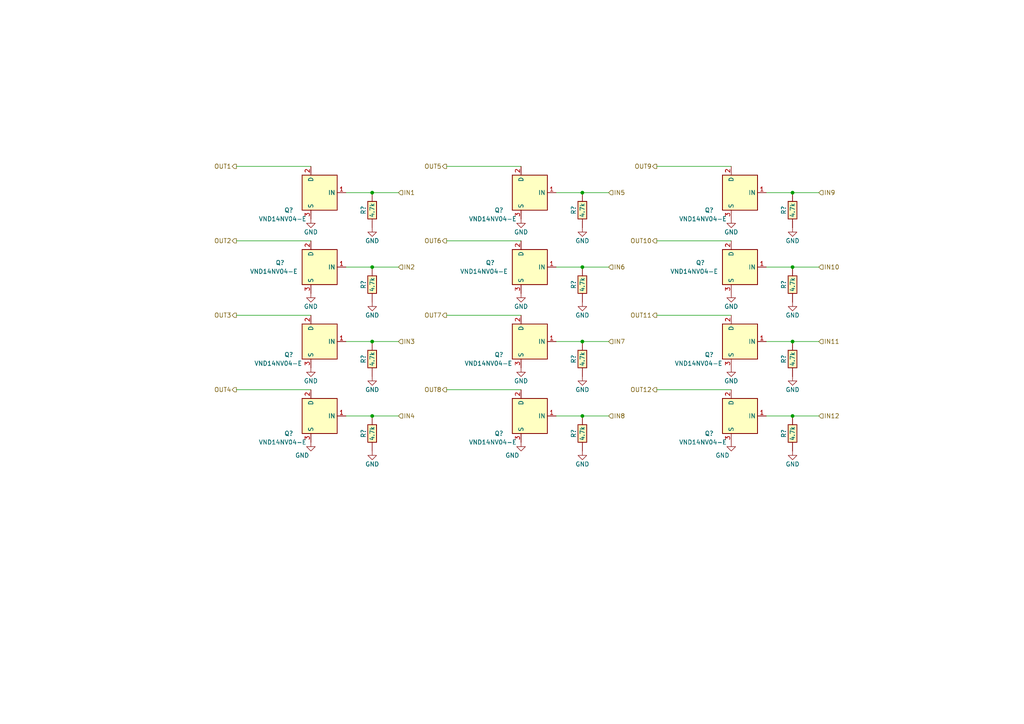
<source format=kicad_sch>
(kicad_sch (version 20230121) (generator eeschema)
  (paper "A4")
  (lib_symbols
    (symbol "Power_Management:AUIPS2041L"
      (property "Reference" "U" (at 3.81 1.27 0))
      (property "Value" "AUIPS2041L" (at 3.81 -1.27 0))
      (symbol "AUIPS2041L_0_1"
        (rectangle (start -7.62 5.08) (end 2.54 -5.08) (stroke (width 0.254)) (fill (type background)))
      )
      (symbol "AUIPS2041L_1_1"
        (pin input line (at -10.16 0 0) (length 2.54) (name "IN") (number "1"))
        (pin passive line (at 0 7.62 270) (length 2.54) (name "D") (number "2"))
        (pin power_in line (at 0 -7.62 90) (length 2.54) (name "S") (number "3"))
      )
    )
    (symbol "hellen-one-common:Res" (pin_numbers hide)
      (property "Reference" "R" (at 3.81 2.54 0))
      (property "Value" "Res" (at 5.08 -2.54 0))
      (symbol "Res_1_0"
        (rectangle (start 2.54 -1.27) (end 7.62 1.27) (stroke (width 0.254)) (fill (type background)))
        (pin passive line (at 0 0 0) (length 2.54) (name "") (number "1"))
        (pin passive line (at 10.16 0 180) (length 2.54) (name "") (number "2"))
      )
    )
    (symbol "power:GND" (power) (pin_names (offset 0))
      (property "Value" "GND" (at 0 -3.81 0))
      (symbol "GND_0_1"
        (polyline (pts (xy 0 0) (xy 0 -1.27) (xy 1.27 -1.27) (xy 0 -2.54) (xy -1.27 -1.27) (xy 0 -1.27)))
      )
      (symbol "GND_1_1"
        (pin power_in line (at 0 0 270) (length 0) hide (name "GND") (number "1"))
      )
    )
  )
  (junction (at 168.91 99.06))
  (junction (at 107.95 120.65))
  (junction (at 168.91 55.88))
  (junction (at 229.87 120.65))
  (junction (at 107.95 77.47))
  (junction (at 229.87 55.88))
  (junction (at 107.95 99.06))
  (junction (at 168.91 77.47))
  (junction (at 229.87 99.06))
  (junction (at 168.91 120.65))
  (junction (at 229.87 77.47))
  (junction (at 107.95 55.88))
  (wire (pts (xy 68.58 69.85) (xy 90.17 69.85)))
  (wire (pts (xy 115.57 55.88) (xy 107.95 55.88)))
  (wire (pts (xy 237.49 120.65) (xy 229.87 120.65)))
  (wire (pts (xy 168.91 99.06) (xy 161.29 99.06)))
  (wire (pts (xy 176.53 120.65) (xy 168.91 120.65)))
  (wire (pts (xy 115.57 120.65) (xy 107.95 120.65)))
  (wire (pts (xy 68.58 113.03) (xy 90.17 113.03)))
  (wire (pts (xy 229.87 77.47) (xy 222.25 77.47)))
  (wire (pts (xy 237.49 99.06) (xy 229.87 99.06)))
  (wire (pts (xy 190.5 48.26) (xy 212.09 48.26)))
  (wire (pts (xy 176.53 55.88) (xy 168.91 55.88)))
  (wire (pts (xy 229.87 55.88) (xy 222.25 55.88)))
  (wire (pts (xy 168.91 77.47) (xy 161.29 77.47)))
  (wire (pts (xy 190.5 91.44) (xy 212.09 91.44)))
  (wire (pts (xy 168.91 120.65) (xy 161.29 120.65)))
  (wire (pts (xy 229.87 120.65) (xy 222.25 120.65)))
  (wire (pts (xy 129.54 91.44) (xy 151.13 91.44)))
  (wire (pts (xy 129.54 113.03) (xy 151.13 113.03)))
  (wire (pts (xy 176.53 99.06) (xy 168.91 99.06)))
  (wire (pts (xy 176.53 77.47) (xy 168.91 77.47)))
  (wire (pts (xy 115.57 99.06) (xy 107.95 99.06)))
  (wire (pts (xy 68.58 91.44) (xy 90.17 91.44)))
  (wire (pts (xy 129.54 69.85) (xy 151.13 69.85)))
  (wire (pts (xy 107.95 55.88) (xy 100.33 55.88)))
  (wire (pts (xy 68.58 48.26) (xy 90.17 48.26)))
  (wire (pts (xy 129.54 48.26) (xy 151.13 48.26)))
  (wire (pts (xy 190.5 69.85) (xy 212.09 69.85)))
  (wire (pts (xy 229.87 99.06) (xy 222.25 99.06)))
  (wire (pts (xy 107.95 77.47) (xy 100.33 77.47)))
  (wire (pts (xy 107.95 120.65) (xy 100.33 120.65)))
  (wire (pts (xy 237.49 77.47) (xy 229.87 77.47)))
  (wire (pts (xy 190.5 113.03) (xy 212.09 113.03)))
  (wire (pts (xy 237.49 55.88) (xy 229.87 55.88)))
  (wire (pts (xy 115.57 77.47) (xy 107.95 77.47)))
  (wire (pts (xy 107.95 99.06) (xy 100.33 99.06)))
  (wire (pts (xy 168.91 55.88) (xy 161.29 55.88)))
  (hierarchical_label "OUT5" (shape output) (at 129.54 48.26 180))
  (hierarchical_label "IN8" (shape input) (at 176.53 120.65 0))
  (hierarchical_label "OUT7" (shape output) (at 129.54 91.44 180))
  (hierarchical_label "IN12" (shape input) (at 237.49 120.65 0))
  (hierarchical_label "OUT11" (shape output) (at 190.5 91.44 180))
  (hierarchical_label "OUT8" (shape output) (at 129.54 113.03 180))
  (hierarchical_label "OUT1" (shape output) (at 68.58 48.26 180))
  (hierarchical_label "OUT9" (shape output) (at 190.5 48.26 180))
  (hierarchical_label "OUT3" (shape output) (at 68.58 91.44 180))
  (hierarchical_label "IN2" (shape input) (at 115.57 77.47 0))
  (hierarchical_label "IN11" (shape input) (at 237.49 99.06 0))
  (hierarchical_label "IN7" (shape input) (at 176.53 99.06 0))
  (hierarchical_label "OUT12" (shape output) (at 190.5 113.03 180))
  (hierarchical_label "OUT4" (shape output) (at 68.58 113.03 180))
  (hierarchical_label "IN4" (shape input) (at 115.57 120.65 0))
  (hierarchical_label "IN10" (shape input) (at 237.49 77.47 0))
  (hierarchical_label "IN5" (shape input) (at 176.53 55.88 0))
  (hierarchical_label "OUT6" (shape output) (at 129.54 69.85 180))
  (hierarchical_label "OUT10" (shape output) (at 190.5 69.85 180))
  (hierarchical_label "IN1" (shape input) (at 115.57 55.88 0))
  (hierarchical_label "IN6" (shape input) (at 176.53 77.47 0))
  (hierarchical_label "IN9" (shape input) (at 237.49 55.88 0))
  (hierarchical_label "IN3" (shape input) (at 115.57 99.06 0))
  (hierarchical_label "OUT2" (shape output) (at 68.58 69.85 180))
  (symbol (lib_id "hellen-one-common:Res") (at 168.91 77.47 270) (unit 1)
    (property "Reference" "R?" (at 166.37 82.55 0))
    (property "Value" "4.7k" (at 168.91 82.55 0))
    (property "Footprint" "hellen-one-common:R0603" (effects hide))
    (property "LCSC" "C23162" (effects hide))
    (instances (project "alphax_8ch" (path "" (reference "R?") (unit 1)) (path "" (reference "R234") (unit 1))))
  )
  (symbol (lib_id "hellen-one-common:Res") (at 229.87 55.88 270) (unit 1)
    (property "Reference" "R?" (at 227.33 60.96 0))
    (property "Value" "4.7k" (at 229.87 60.96 0))
    (property "Footprint" "hellen-one-common:R0603" (effects hide))
    (property "LCSC" "C23162" (effects hide))
    (instances (project "alphax_8ch" (path "" (reference "R?") (unit 1)) (path "" (reference "R245") (unit 1))))
  )
  (symbol (lib_id "power:GND") (at 107.95 109.22 0) (mirror y) (unit 1)
    (property "Reference" "#PWR?" (effects hide))
    (property "Value" "GND" (at 107.95 113.03 0))
    (instances (project "alphax_8ch" (path "" (reference "#PWR?") (unit 1)) (path "" (reference "#PWR0382") (unit 1))))
  )
  (symbol (lib_id "Power_Management:AUIPS2041L") (at 151.13 120.65 0) (mirror y) (unit 1)
    (property "Reference" "Q?" (at 146.05 125.73 0) (effects (justify left)))
    (property "Value" "VND14NV04-E" (at 149.86 128.27 0) (effects (justify left)))
    (property "Footprint" "hellen-one-common:DPAK" (effects hide))
    (property "Datasheet" "https://www.infineon.com/dgdl/Infineon-AUIPS2041-DS-v01_00-EN.pdf?fileId=5546d4625a888733015aae147a9d4c57" (effects hide))
    (property "LCSC" "C155647" (effects hide))
    (instances (project "alphax_8ch" (path "" (reference "Q?") (unit 1)) (path "" (reference "Q81") (unit 1))))
  )
  (symbol (lib_id "Power_Management:AUIPS2041L") (at 90.17 120.65 0) (mirror y) (unit 1)
    (property "Reference" "Q?" (at 85.09 125.73 0) (effects (justify left)))
    (property "Value" "VND14NV04-E" (at 88.9 128.27 0) (effects (justify left)))
    (property "Footprint" "hellen-one-common:DPAK" (effects hide))
    (property "Datasheet" "https://www.infineon.com/dgdl/Infineon-AUIPS2041-DS-v01_00-EN.pdf?fileId=5546d4625a888733015aae147a9d4c57" (effects hide))
    (property "LCSC" "C155647" (effects hide))
    (instances (project "alphax_8ch" (path "" (reference "Q?") (unit 1)) (path "" (reference "Q65") (unit 1))))
  )
  (symbol (lib_id "power:GND") (at 212.09 85.09 0) (mirror y) (unit 1)
    (property "Reference" "#PWR?" (effects hide))
    (property "Value" "GND" (at 212.09 88.9 0))
    (instances (project "alphax_8ch" (path "" (reference "#PWR?") (unit 1)) (path "" (reference "#PWR0437") (unit 1))))
  )
  (symbol (lib_id "Power_Management:AUIPS2041L") (at 90.17 99.06 0) (mirror y) (unit 1)
    (property "Reference" "Q?" (at 85.09 102.87 0) (effects (justify left)))
    (property "Value" "VND14NV04-E" (at 87.63 105.41 0) (effects (justify left)))
    (property "Footprint" "hellen-one-common:DPAK" (effects hide))
    (property "Datasheet" "https://www.infineon.com/dgdl/Infineon-AUIPS2041-DS-v01_00-EN.pdf?fileId=5546d4625a888733015aae147a9d4c57" (effects hide))
    (property "LCSC" "C155647" (effects hide))
    (instances (project "alphax_8ch" (path "" (reference "Q?") (unit 1)) (path "" (reference "Q64") (unit 1))))
  )
  (symbol (lib_id "hellen-one-common:Res") (at 168.91 99.06 270) (unit 1)
    (property "Reference" "R?" (at 166.37 104.14 0))
    (property "Value" "4.7k" (at 168.91 104.14 0))
    (property "Footprint" "hellen-one-common:R0603" (effects hide))
    (property "LCSC" "C23162" (effects hide))
    (instances (project "alphax_8ch" (path "" (reference "R?") (unit 1)) (path "" (reference "R235") (unit 1))))
  )
  (symbol (lib_id "power:GND") (at 168.91 66.04 0) (mirror y) (unit 1)
    (property "Reference" "#PWR?" (effects hide))
    (property "Value" "GND" (at 168.91 69.85 0))
    (instances (project "alphax_8ch" (path "" (reference "#PWR?") (unit 1)) (path "" (reference "#PWR0416") (unit 1))))
  )
  (symbol (lib_id "Power_Management:AUIPS2041L") (at 212.09 120.65 0) (mirror y) (unit 1)
    (property "Reference" "Q?" (at 207.01 125.73 0) (effects (justify left)))
    (property "Value" "VND14NV04-E" (at 210.82 128.27 0) (effects (justify left)))
    (property "Footprint" "hellen-one-common:DPAK" (effects hide))
    (property "Datasheet" "https://www.infineon.com/dgdl/Infineon-AUIPS2041-DS-v01_00-EN.pdf?fileId=5546d4625a888733015aae147a9d4c57" (effects hide))
    (property "LCSC" "C155647" (effects hide))
    (instances (project "alphax_8ch" (path "" (reference "Q?") (unit 1)) (path "" (reference "Q93") (unit 1))))
  )
  (symbol (lib_id "power:GND") (at 107.95 66.04 0) (mirror y) (unit 1)
    (property "Reference" "#PWR?" (effects hide))
    (property "Value" "GND" (at 107.95 69.85 0))
    (instances (project "alphax_8ch" (path "" (reference "#PWR?") (unit 1)) (path "" (reference "#PWR0380") (unit 1))))
  )
  (symbol (lib_id "Power_Management:AUIPS2041L") (at 151.13 55.88 0) (mirror y) (unit 1)
    (property "Reference" "Q?" (at 146.05 60.96 0) (effects (justify left)))
    (property "Value" "VND14NV04-E" (at 149.86 63.5 0) (effects (justify left)))
    (property "Footprint" "hellen-one-common:DPAK" (effects hide))
    (property "Datasheet" "https://www.infineon.com/dgdl/Infineon-AUIPS2041-DS-v01_00-EN.pdf?fileId=5546d4625a888733015aae147a9d4c57" (effects hide))
    (property "LCSC" "C155647" (effects hide))
    (instances (project "alphax_8ch" (path "" (reference "Q?") (unit 1)) (path "" (reference "Q78") (unit 1))))
  )
  (symbol (lib_id "hellen-one-common:Res") (at 107.95 77.47 270) (unit 1)
    (property "Reference" "R?" (at 105.41 82.55 0))
    (property "Value" "4.7k" (at 107.95 82.55 0))
    (property "Footprint" "hellen-one-common:R0603" (effects hide))
    (property "LCSC" "C23162" (effects hide))
    (instances (project "alphax_8ch" (path "" (reference "R?") (unit 1)) (path "" (reference "R218") (unit 1))))
  )
  (symbol (lib_id "power:GND") (at 229.87 130.81 0) (mirror y) (unit 1)
    (property "Reference" "#PWR?" (effects hide))
    (property "Value" "GND" (at 229.87 134.62 0))
    (instances (project "alphax_8ch" (path "" (reference "#PWR?") (unit 1)) (path "" (reference "#PWR0443") (unit 1))))
  )
  (symbol (lib_id "hellen-one-common:Res") (at 107.95 99.06 270) (unit 1)
    (property "Reference" "R?" (at 105.41 104.14 0))
    (property "Value" "4.7k" (at 107.95 104.14 0))
    (property "Footprint" "hellen-one-common:R0603" (effects hide))
    (property "LCSC" "C23162" (effects hide))
    (instances (project "alphax_8ch" (path "" (reference "R?") (unit 1)) (path "" (reference "R219") (unit 1))))
  )
  (symbol (lib_id "Power_Management:AUIPS2041L") (at 90.17 77.47 0) (mirror y) (unit 1)
    (property "Reference" "Q?" (at 82.55 76.2 0) (effects (justify left)))
    (property "Value" "VND14NV04-E" (at 86.36 78.74 0) (effects (justify left)))
    (property "Footprint" "hellen-one-common:DPAK" (effects hide))
    (property "Datasheet" "https://www.infineon.com/dgdl/Infineon-AUIPS2041-DS-v01_00-EN.pdf?fileId=5546d4625a888733015aae147a9d4c57" (effects hide))
    (property "LCSC" " C155647" (effects hide))
    (instances (project "alphax_8ch" (path "" (reference "Q?") (unit 1)) (path "" (reference "Q63") (unit 1))))
  )
  (symbol (lib_id "power:GND") (at 168.91 87.63 0) (mirror y) (unit 1)
    (property "Reference" "#PWR?" (effects hide))
    (property "Value" "GND" (at 168.91 91.44 0))
    (instances (project "alphax_8ch" (path "" (reference "#PWR?") (unit 1)) (path "" (reference "#PWR0417") (unit 1))))
  )
  (symbol (lib_id "power:GND") (at 212.09 63.5 0) (mirror y) (unit 1)
    (property "Reference" "#PWR?" (effects hide))
    (property "Value" "GND" (at 212.09 67.31 0))
    (instances (project "alphax_8ch" (path "" (reference "#PWR?") (unit 1)) (path "" (reference "#PWR0436") (unit 1))))
  )
  (symbol (lib_id "power:GND") (at 168.91 130.81 0) (mirror y) (unit 1)
    (property "Reference" "#PWR?" (effects hide))
    (property "Value" "GND" (at 168.91 134.62 0))
    (instances (project "alphax_8ch" (path "" (reference "#PWR?") (unit 1)) (path "" (reference "#PWR0419") (unit 1))))
  )
  (symbol (lib_id "Power_Management:AUIPS2041L") (at 151.13 99.06 0) (mirror y) (unit 1)
    (property "Reference" "Q?" (at 146.05 102.87 0) (effects (justify left)))
    (property "Value" "VND14NV04-E" (at 148.59 105.41 0) (effects (justify left)))
    (property "Footprint" "hellen-one-common:DPAK" (effects hide))
    (property "Datasheet" "https://www.infineon.com/dgdl/Infineon-AUIPS2041-DS-v01_00-EN.pdf?fileId=5546d4625a888733015aae147a9d4c57" (effects hide))
    (property "LCSC" "C155647" (effects hide))
    (instances (project "alphax_8ch" (path "" (reference "Q?") (unit 1)) (path "" (reference "Q80") (unit 1))))
  )
  (symbol (lib_id "Power_Management:AUIPS2041L") (at 212.09 77.47 0) (mirror y) (unit 1)
    (property "Reference" "Q?" (at 204.47 76.2 0) (effects (justify left)))
    (property "Value" "VND14NV04-E" (at 208.28 78.74 0) (effects (justify left)))
    (property "Footprint" "hellen-one-common:DPAK" (effects hide))
    (property "Datasheet" "https://www.infineon.com/dgdl/Infineon-AUIPS2041-DS-v01_00-EN.pdf?fileId=5546d4625a888733015aae147a9d4c57" (effects hide))
    (property "LCSC" " C155647" (effects hide))
    (instances (project "alphax_8ch" (path "" (reference "Q?") (unit 1)) (path "" (reference "Q91") (unit 1))))
  )
  (symbol (lib_id "power:GND") (at 151.13 63.5 0) (mirror y) (unit 1)
    (property "Reference" "#PWR?" (effects hide))
    (property "Value" "GND" (at 151.13 67.31 0))
    (instances (project "alphax_8ch" (path "" (reference "#PWR?") (unit 1)) (path "" (reference "#PWR0412") (unit 1))))
  )
  (symbol (lib_id "hellen-one-common:Res") (at 229.87 99.06 270) (unit 1)
    (property "Reference" "R?" (at 227.33 104.14 0))
    (property "Value" "4.7k" (at 229.87 104.14 0))
    (property "Footprint" "hellen-one-common:R0603" (effects hide))
    (property "LCSC" "C23162" (effects hide))
    (instances (project "alphax_8ch" (path "" (reference "R?") (unit 1)) (path "" (reference "R247") (unit 1))))
  )
  (symbol (lib_id "Power_Management:AUIPS2041L") (at 212.09 55.88 0) (mirror y) (unit 1)
    (property "Reference" "Q?" (at 207.01 60.96 0) (effects (justify left)))
    (property "Value" "VND14NV04-E" (at 210.82 63.5 0) (effects (justify left)))
    (property "Footprint" "hellen-one-common:DPAK" (effects hide))
    (property "Datasheet" "https://www.infineon.com/dgdl/Infineon-AUIPS2041-DS-v01_00-EN.pdf?fileId=5546d4625a888733015aae147a9d4c57" (effects hide))
    (property "LCSC" "C155647" (effects hide))
    (instances (project "alphax_8ch" (path "" (reference "Q?") (unit 1)) (path "" (reference "Q90") (unit 1))))
  )
  (symbol (lib_id "power:GND") (at 229.87 87.63 0) (mirror y) (unit 1)
    (property "Reference" "#PWR?" (effects hide))
    (property "Value" "GND" (at 229.87 91.44 0))
    (instances (project "alphax_8ch" (path "" (reference "#PWR?") (unit 1)) (path "" (reference "#PWR0441") (unit 1))))
  )
  (symbol (lib_id "power:GND") (at 212.09 128.27 0) (mirror y) (unit 1)
    (property "Reference" "#PWR?" (effects hide))
    (property "Value" "GND" (at 209.55 132.08 0))
    (instances (project "alphax_8ch" (path "" (reference "#PWR?") (unit 1)) (path "" (reference "#PWR0439") (unit 1))))
  )
  (symbol (lib_id "power:GND") (at 90.17 106.68 0) (mirror y) (unit 1)
    (property "Reference" "#PWR?" (effects hide))
    (property "Value" "GND" (at 90.17 110.49 0))
    (instances (project "alphax_8ch" (path "" (reference "#PWR?") (unit 1)) (path "" (reference "#PWR0378") (unit 1))))
  )
  (symbol (lib_id "power:GND") (at 212.09 106.68 0) (mirror y) (unit 1)
    (property "Reference" "#PWR?" (effects hide))
    (property "Value" "GND" (at 212.09 110.49 0))
    (instances (project "alphax_8ch" (path "" (reference "#PWR?") (unit 1)) (path "" (reference "#PWR0438") (unit 1))))
  )
  (symbol (lib_id "power:GND") (at 229.87 66.04 0) (mirror y) (unit 1)
    (property "Reference" "#PWR?" (effects hide))
    (property "Value" "GND" (at 229.87 69.85 0))
    (instances (project "alphax_8ch" (path "" (reference "#PWR?") (unit 1)) (path "" (reference "#PWR0440") (unit 1))))
  )
  (symbol (lib_id "power:GND") (at 151.13 128.27 0) (mirror y) (unit 1)
    (property "Reference" "#PWR?" (effects hide))
    (property "Value" "GND" (at 148.59 132.08 0))
    (instances (project "alphax_8ch" (path "" (reference "#PWR?") (unit 1)) (path "" (reference "#PWR0415") (unit 1))))
  )
  (symbol (lib_id "hellen-one-common:Res") (at 107.95 120.65 270) (unit 1)
    (property "Reference" "R?" (at 105.41 125.73 0))
    (property "Value" "4.7k" (at 107.95 125.73 0))
    (property "Footprint" "hellen-one-common:R0603" (effects hide))
    (property "LCSC" "C23162" (effects hide))
    (instances (project "alphax_8ch" (path "" (reference "R?") (unit 1)) (path "" (reference "R220") (unit 1))))
  )
  (symbol (lib_id "power:GND") (at 229.87 109.22 0) (mirror y) (unit 1)
    (property "Reference" "#PWR?" (effects hide))
    (property "Value" "GND" (at 229.87 113.03 0))
    (instances (project "alphax_8ch" (path "" (reference "#PWR?") (unit 1)) (path "" (reference "#PWR0442") (unit 1))))
  )
  (symbol (lib_id "power:GND") (at 107.95 87.63 0) (mirror y) (unit 1)
    (property "Reference" "#PWR?" (effects hide))
    (property "Value" "GND" (at 107.95 91.44 0))
    (instances (project "alphax_8ch" (path "" (reference "#PWR?") (unit 1)) (path "" (reference "#PWR0381") (unit 1))))
  )
  (symbol (lib_id "power:GND") (at 90.17 85.09 0) (mirror y) (unit 1)
    (property "Reference" "#PWR?" (effects hide))
    (property "Value" "GND" (at 90.17 88.9 0))
    (instances (project "alphax_8ch" (path "" (reference "#PWR?") (unit 1)) (path "" (reference "#PWR0377") (unit 1))))
  )
  (symbol (lib_id "power:GND") (at 151.13 85.09 0) (mirror y) (unit 1)
    (property "Reference" "#PWR?" (effects hide))
    (property "Value" "GND" (at 151.13 88.9 0))
    (instances (project "alphax_8ch" (path "" (reference "#PWR?") (unit 1)) (path "" (reference "#PWR0413") (unit 1))))
  )
  (symbol (lib_id "power:GND") (at 90.17 63.5 0) (mirror y) (unit 1)
    (property "Reference" "#PWR?" (effects hide))
    (property "Value" "GND" (at 90.17 67.31 0))
    (instances (project "alphax_8ch" (path "" (reference "#PWR?") (unit 1)) (path "" (reference "#PWR0376") (unit 1))))
  )
  (symbol (lib_id "Power_Management:AUIPS2041L") (at 151.13 77.47 0) (mirror y) (unit 1)
    (property "Reference" "Q?" (at 143.51 76.2 0) (effects (justify left)))
    (property "Value" "VND14NV04-E" (at 147.32 78.74 0) (effects (justify left)))
    (property "Footprint" "hellen-one-common:DPAK" (effects hide))
    (property "Datasheet" "https://www.infineon.com/dgdl/Infineon-AUIPS2041-DS-v01_00-EN.pdf?fileId=5546d4625a888733015aae147a9d4c57" (effects hide))
    (property "LCSC" " C155647" (effects hide))
    (instances (project "alphax_8ch" (path "" (reference "Q?") (unit 1)) (path "" (reference "Q79") (unit 1))))
  )
  (symbol (lib_id "power:GND") (at 168.91 109.22 0) (mirror y) (unit 1)
    (property "Reference" "#PWR?" (effects hide))
    (property "Value" "GND" (at 168.91 113.03 0))
    (instances (project "alphax_8ch" (path "" (reference "#PWR?") (unit 1)) (path "" (reference "#PWR0418") (unit 1))))
  )
  (symbol (lib_id "power:GND") (at 107.95 130.81 0) (mirror y) (unit 1)
    (property "Reference" "#PWR?" (effects hide))
    (property "Value" "GND" (at 107.95 134.62 0))
    (instances (project "alphax_8ch" (path "" (reference "#PWR?") (unit 1)) (path "" (reference "#PWR0383") (unit 1))))
  )
  (symbol (lib_id "power:GND") (at 151.13 106.68 0) (mirror y) (unit 1)
    (property "Reference" "#PWR?" (effects hide))
    (property "Value" "GND" (at 151.13 110.49 0))
    (instances (project "alphax_8ch" (path "" (reference "#PWR?") (unit 1)) (path "" (reference "#PWR0414") (unit 1))))
  )
  (symbol (lib_id "hellen-one-common:Res") (at 107.95 55.88 270) (unit 1)
    (property "Reference" "R?" (at 105.41 60.96 0))
    (property "Value" "4.7k" (at 107.95 60.96 0))
    (property "Footprint" "hellen-one-common:R0603" (effects hide))
    (property "LCSC" "C23162" (effects hide))
    (instances (project "alphax_8ch" (path "" (reference "R?") (unit 1)) (path "" (reference "R217") (unit 1))))
  )
  (symbol (lib_id "power:GND") (at 90.17 128.27 0) (mirror y) (unit 1)
    (property "Reference" "#PWR?" (effects hide))
    (property "Value" "GND" (at 87.63 132.08 0))
    (instances (project "alphax_8ch" (path "" (reference "#PWR?") (unit 1)) (path "" (reference "#PWR0379") (unit 1))))
  )
  (symbol (lib_id "hellen-one-common:Res") (at 168.91 55.88 270) (unit 1)
    (property "Reference" "R?" (at 166.37 60.96 0))
    (property "Value" "4.7k" (at 168.91 60.96 0))
    (property "Footprint" "hellen-one-common:R0603" (effects hide))
    (property "LCSC" "C23162" (effects hide))
    (instances (project "alphax_8ch" (path "" (reference "R?") (unit 1)) (path "" (reference "R233") (unit 1))))
  )
  (symbol (lib_id "Power_Management:AUIPS2041L") (at 212.09 99.06 0) (mirror y) (unit 1)
    (property "Reference" "Q?" (at 207.01 102.87 0) (effects (justify left)))
    (property "Value" "VND14NV04-E" (at 209.55 105.41 0) (effects (justify left)))
    (property "Footprint" "hellen-one-common:DPAK" (effects hide))
    (property "Datasheet" "https://www.infineon.com/dgdl/Infineon-AUIPS2041-DS-v01_00-EN.pdf?fileId=5546d4625a888733015aae147a9d4c57" (effects hide))
    (property "LCSC" "C155647" (effects hide))
    (instances (project "alphax_8ch" (path "" (reference "Q?") (unit 1)) (path "" (reference "Q92") (unit 1))))
  )
  (symbol (lib_id "Power_Management:AUIPS2041L") (at 90.17 55.88 0) (mirror y) (unit 1)
    (property "Reference" "Q?" (at 85.09 60.96 0) (effects (justify left)))
    (property "Value" "VND14NV04-E" (at 88.9 63.5 0) (effects (justify left)))
    (property "Footprint" "hellen-one-common:DPAK" (effects hide))
    (property "Datasheet" "https://www.infineon.com/dgdl/Infineon-AUIPS2041-DS-v01_00-EN.pdf?fileId=5546d4625a888733015aae147a9d4c57" (effects hide))
    (property "LCSC" "C155647" (effects hide))
    (instances (project "alphax_8ch" (path "" (reference "Q?") (unit 1)) (path "" (reference "Q62") (unit 1))))
  )
  (symbol (lib_id "hellen-one-common:Res") (at 168.91 120.65 270) (unit 1)
    (property "Reference" "R?" (at 166.37 125.73 0))
    (property "Value" "4.7k" (at 168.91 125.73 0))
    (property "Footprint" "hellen-one-common:R0603" (effects hide))
    (property "LCSC" "C23162" (effects hide))
    (instances (project "alphax_8ch" (path "" (reference "R?") (unit 1)) (path "" (reference "R236") (unit 1))))
  )
  (symbol (lib_id "hellen-one-common:Res") (at 229.87 77.47 270) (unit 1)
    (property "Reference" "R?" (at 227.33 82.55 0))
    (property "Value" "4.7k" (at 229.87 82.55 0))
    (property "Footprint" "hellen-one-common:R0603" (effects hide))
    (property "LCSC" "C23162" (effects hide))
    (instances (project "alphax_8ch" (path "" (reference "R?") (unit 1)) (path "" (reference "R246") (unit 1))))
  )
  (symbol (lib_id "hellen-one-common:Res") (at 229.87 120.65 270) (unit 1)
    (property "Reference" "R?" (at 227.33 125.73 0))
    (property "Value" "4.7k" (at 229.87 125.73 0))
    (property "Footprint" "hellen-one-common:R0603" (effects hide))
    (property "LCSC" "C23162" (effects hide))
    (instances (project "alphax_8ch" (path "" (reference "R?") (unit 1)) (path "" (reference "R248") (unit 1))))
  )
)
</source>
